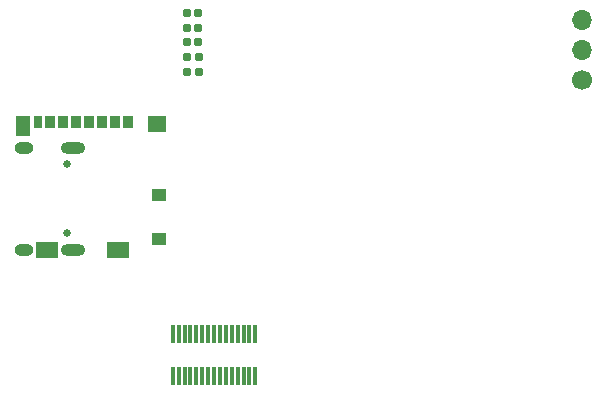
<source format=gbs>
G04 #@! TF.GenerationSoftware,KiCad,Pcbnew,7.0.5-0*
G04 #@! TF.CreationDate,2023-07-21T18:28:43+08:00*
G04 #@! TF.ProjectId,slimarm_hypericum,736c696d-6172-46d5-9f68-797065726963,rev?*
G04 #@! TF.SameCoordinates,Original*
G04 #@! TF.FileFunction,Soldermask,Bot*
G04 #@! TF.FilePolarity,Negative*
%FSLAX46Y46*%
G04 Gerber Fmt 4.6, Leading zero omitted, Abs format (unit mm)*
G04 Created by KiCad (PCBNEW 7.0.5-0) date 2023-07-21 18:28:43*
%MOMM*%
%LPD*%
G01*
G04 APERTURE LIST*
G04 Aperture macros list*
%AMRoundRect*
0 Rectangle with rounded corners*
0 $1 Rounding radius*
0 $2 $3 $4 $5 $6 $7 $8 $9 X,Y pos of 4 corners*
0 Add a 4 corners polygon primitive as box body*
4,1,4,$2,$3,$4,$5,$6,$7,$8,$9,$2,$3,0*
0 Add four circle primitives for the rounded corners*
1,1,$1+$1,$2,$3*
1,1,$1+$1,$4,$5*
1,1,$1+$1,$6,$7*
1,1,$1+$1,$8,$9*
0 Add four rect primitives between the rounded corners*
20,1,$1+$1,$2,$3,$4,$5,0*
20,1,$1+$1,$4,$5,$6,$7,0*
20,1,$1+$1,$6,$7,$8,$9,0*
20,1,$1+$1,$8,$9,$2,$3,0*%
G04 Aperture macros list end*
%ADD10R,0.300000X1.600000*%
%ADD11C,0.650000*%
%ADD12O,2.100000X1.000000*%
%ADD13O,1.600000X1.000000*%
%ADD14C,1.700000*%
%ADD15O,1.700000X1.700000*%
%ADD16R,0.850000X1.100000*%
%ADD17R,0.750000X1.100000*%
%ADD18R,1.200000X1.000000*%
%ADD19R,1.550000X1.350000*%
%ADD20R,1.900000X1.350000*%
%ADD21R,1.170000X1.800000*%
%ADD22RoundRect,0.150000X-0.225000X-0.150000X0.225000X-0.150000X0.225000X0.150000X-0.225000X0.150000X0*%
G04 APERTURE END LIST*
D10*
G04 #@! TO.C,J6*
X44140000Y-101060000D03*
X43640000Y-101060000D03*
X43140000Y-101060000D03*
X42640000Y-101060000D03*
X42140000Y-101060000D03*
X41640000Y-101060000D03*
X41140000Y-101060000D03*
X40640000Y-101060000D03*
X40140000Y-101060000D03*
X39640000Y-101060000D03*
X39140000Y-101060000D03*
X38640000Y-101060000D03*
X38140000Y-101060000D03*
X37640000Y-101060000D03*
X37140000Y-101060000D03*
X44140000Y-104660000D03*
X43640000Y-104660000D03*
X43140000Y-104660000D03*
X42640000Y-104660000D03*
X42140000Y-104660000D03*
X41640000Y-104660000D03*
X41140000Y-104660000D03*
X40640000Y-104660000D03*
X40140000Y-104660000D03*
X39640000Y-104660000D03*
X39140000Y-104660000D03*
X38640000Y-104660000D03*
X38140000Y-104660000D03*
X37640000Y-104660000D03*
X37140000Y-104660000D03*
G04 #@! TD*
D11*
G04 #@! TO.C,J1*
X28190000Y-86740000D03*
X28190000Y-92520000D03*
D12*
X28720000Y-85310000D03*
D13*
X24540000Y-85310000D03*
D12*
X28720000Y-93950000D03*
D13*
X24540000Y-93950000D03*
G04 #@! TD*
D14*
G04 #@! TO.C,J3*
X71800000Y-79590000D03*
D15*
X71800000Y-77050000D03*
X71800000Y-74510000D03*
G04 #@! TD*
D16*
G04 #@! TO.C,J2*
X33360000Y-83170000D03*
X32260000Y-83170000D03*
X31160000Y-83170000D03*
X30060000Y-83170000D03*
X28960000Y-83170000D03*
X27860000Y-83170000D03*
X26760000Y-83170000D03*
D17*
X25710000Y-83170000D03*
D18*
X35995000Y-89320000D03*
X35995000Y-93020000D03*
D19*
X35820000Y-83295000D03*
D20*
X32495000Y-93995000D03*
X26525000Y-93995000D03*
D21*
X24500000Y-83520000D03*
G04 #@! TD*
D22*
G04 #@! TO.C,R28*
X38310000Y-75160000D03*
X39310000Y-75160000D03*
G04 #@! TD*
G04 #@! TO.C,R29*
X38320000Y-76400000D03*
X39320000Y-76400000D03*
G04 #@! TD*
G04 #@! TO.C,R27*
X38310000Y-73920000D03*
X39310000Y-73920000D03*
G04 #@! TD*
G04 #@! TO.C,R30*
X38330000Y-77640000D03*
X39330000Y-77640000D03*
G04 #@! TD*
G04 #@! TO.C,R31*
X38340000Y-78900000D03*
X39340000Y-78900000D03*
G04 #@! TD*
M02*

</source>
